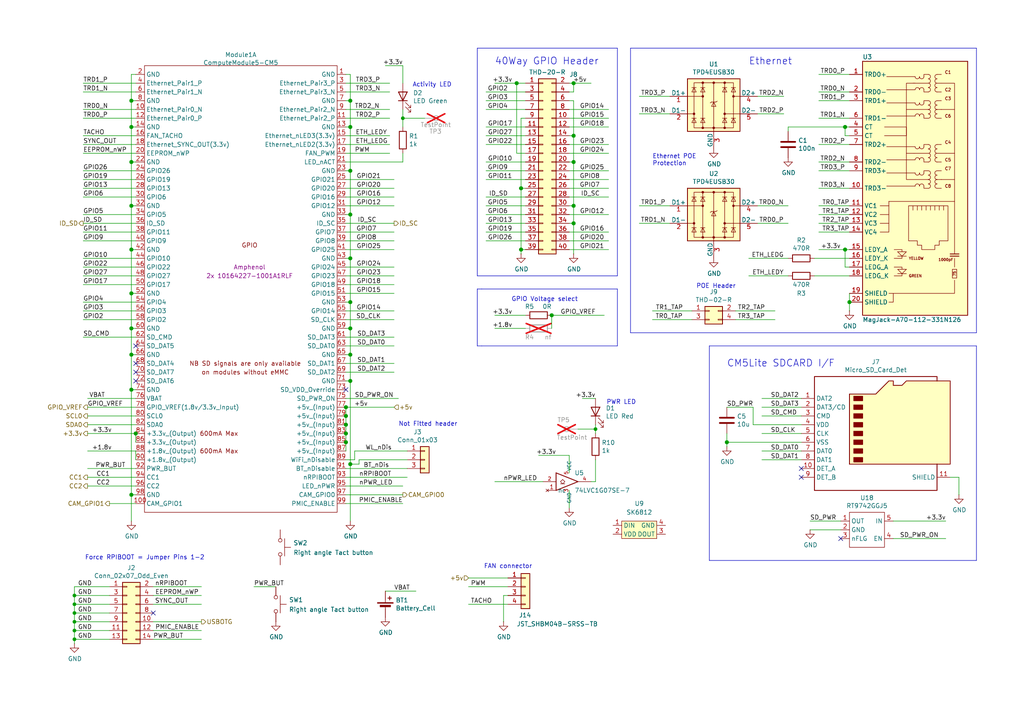
<source format=kicad_sch>
(kicad_sch (version 20250114) (generator "eeschema") (generator_version "9.0")
  (paper "A4")
  (title_block (title "Compute Module 5 IO Board - GPIO - Ethernet") (rev "1") (company "Copyright © 2024 Raspberry Pi Ltd.") (comment 1 "www.raspberrypi.com"))
  (text "40Way GPIO Header" (at 143.51 19.05 0) (effects (font (size 2.007 2.007)) (justify left bottom)))
  (text "Activity LED" (at 119.634 25.4 0) (effects (font (size 1.27 1.27)) (justify left bottom)))
  (text "FAN connector\n" (at 140.335 165.1 0) (effects (font (size 1.27 1.27)) (justify left bottom)))
  (text "Ethernet POE\nProtection" (at 189.23 48.26 0) (effects (font (size 1.27 1.27)) (justify left bottom)))
  (text "GPIO Voltage select\n" (at 167.64 87.63 0) (effects (font (size 1.27 1.27)) (justify right bottom)))
  (text "Not Fitted header" (at 132.715 123.825 0) (effects (font (size 1.27 1.27)) (justify right bottom)))
  (text "POE Header" (at 201.93 83.82 0) (effects (font (size 1.27 1.27)) (justify left bottom)))
  (text "Force RPIBOOT = Jumper Pins 1-2 \n" (at 60.325 162.56 0) (effects (font (size 1.27 1.27)) (justify right bottom)))
  (text "PWR LED" (at 175.895 117.475 0) (effects (font (size 1.27 1.27)) (justify left bottom)))
  (text "Ethernet" (at 217.17 19.05 0) (effects (font (size 2.0066 2.0066)) (justify left bottom)))
  (text "CM5Lite SDCARD I/F" (at 210.82 106.68 0) (effects (font (size 2.007 2.007)) (justify left bottom)))
  (junction (at 101.6 36.83) (diameter 1.016))
  (junction (at 245.11 72.39) (diameter 1.016))
  (junction (at 101.6 29.21) (diameter 1.016))
  (junction (at 101.6 102.87) (diameter 1.016))
  (junction (at 38.1 113.03) (diameter 1.016))
  (junction (at 246.38 87.63) (diameter 1.016))
  (junction (at 38.1 46.99) (diameter 1.016))
  (junction (at 100.33 125.73) (diameter 1.016))
  (junction (at 151.13 54.61) (diameter 1.016))
  (junction (at 166.37 39.37) (diameter 1.016))
  (junction (at 21.59 175.26))
  (junction (at 38.1 72.39) (diameter 1.016))
  (junction (at 100.33 123.19) (diameter 1.016))
  (junction (at 38.1 143.51) (diameter 1.016))
  (junction (at 166.37 59.69) (diameter 1.016))
  (junction (at 38.1 59.69) (diameter 1.016))
  (junction (at 101.6 62.23) (diameter 1.016))
  (junction (at 38.1 95.25) (diameter 1.016))
  (junction (at 100.33 118.11) (diameter 1.016))
  (junction (at 101.6 95.25) (diameter 1.016))
  (junction (at 166.37 64.77) (diameter 1.016))
  (junction (at 210.82 128.27) (diameter 1.016))
  (junction (at 166.37 24.13) (diameter 1.016))
  (junction (at 101.6 87.63) (diameter 1.016))
  (junction (at 166.37 46.99) (diameter 1.016))
  (junction (at 38.1 85.09) (diameter 1.016))
  (junction (at 100.33 120.65) (diameter 1.016))
  (junction (at 172.72 124.46))
  (junction (at 38.1 36.83) (diameter 1.016))
  (junction (at 39.37 125.73) (diameter 1.016))
  (junction (at 21.59 172.72))
  (junction (at 38.1 102.87) (diameter 1.016))
  (junction (at 160.02 91.44) (diameter 1.016))
  (junction (at 38.1 29.21) (diameter 1.016))
  (junction (at 21.59 177.8))
  (junction (at 245.11 36.83) (diameter 1.016))
  (junction (at 100.33 128.27) (diameter 1.016))
  (junction (at 116.84 34.29))
  (junction (at 151.13 72.39) (diameter 1.016))
  (junction (at 21.59 185.42))
  (junction (at 101.6 110.49) (diameter 1.016))
  (junction (at 101.6 134.62) (diameter 1.016))
  (junction (at 101.6 49.53) (diameter 1.016))
  (junction (at 21.59 182.88))
  (junction (at 21.59 180.34))
  (junction (at 101.6 74.93) (diameter 1.016))
  (junction (at 149.86 24.13) (diameter 1.016))
  (no_connect (at 39.37 107.95))
  (no_connect (at 100.33 113.03))
  (no_connect (at 39.37 100.33))
  (no_connect (at 243.84 156.21))
  (no_connect (at 39.37 105.41))
  (no_connect (at 232.41 138.43))
  (no_connect (at 232.41 135.89))
  (no_connect (at 44.45 177.8))
  (no_connect (at 39.37 110.49))
  (wire (pts (xy 275.59 138.43) (xy 278.13 138.43)))
  (wire (pts (xy 101.6 110.49) (xy 101.6 134.62)))
  (polyline (pts (xy 138.43 13.97) (xy 138.43 80.01)) (stroke (width 0) (type solid)))
  (wire (pts (xy 44.45 175.26) (xy 58.42 175.26)))
  (polyline (pts (xy 138.43 80.01) (xy 179.07 80.01)) (stroke (width 0) (type solid)))
  (wire (pts (xy 100.33 135.89) (xy 118.11 135.89)))
  (wire (pts (xy 100.33 102.87) (xy 101.6 102.87)))
  (wire (pts (xy 24.13 90.17) (xy 39.37 90.17)))
  (wire (pts (xy 39.37 133.35) (xy 39.37 130.81)))
  (wire (pts (xy 237.49 41.91) (xy 246.38 41.91)))
  (wire (pts (xy 165.1 52.07) (xy 176.53 52.07)))
  (wire (pts (xy 24.13 44.45) (xy 39.37 44.45)))
  (wire (pts (xy 100.33 95.25) (xy 101.6 95.25)))
  (wire (pts (xy 165.1 34.29) (xy 176.53 34.29)))
  (wire (pts (xy 101.6 102.87) (xy 101.6 110.49)))
  (wire (pts (xy 100.33 100.33) (xy 114.3 100.33)))
  (wire (pts (xy 217.17 74.93) (xy 228.6 74.93)))
  (wire (pts (xy 39.37 128.27) (xy 39.37 125.73)))
  (wire (pts (xy 21.59 172.72) (xy 31.75 172.72)))
  (wire (pts (xy 111.76 171.45) (xy 120.65 171.45)))
  (wire (pts (xy 100.33 118.11) (xy 114.3 118.11)))
  (wire (pts (xy 101.6 36.83) (xy 101.6 49.53)))
  (wire (pts (xy 44.45 172.72) (xy 58.42 172.72)))
  (polyline (pts (xy 179.07 83.82) (xy 179.07 100.33)) (stroke (width 0) (type solid)))
  (wire (pts (xy 24.13 92.71) (xy 39.37 92.71)))
  (wire (pts (xy 116.84 36.83) (xy 116.84 34.29)))
  (wire (pts (xy 24.13 31.75) (xy 39.37 31.75)))
  (wire (pts (xy 24.13 77.47) (xy 39.37 77.47)))
  (wire (pts (xy 100.33 29.21) (xy 101.6 29.21)))
  (wire (pts (xy 220.98 120.65) (xy 232.41 120.65)))
  (wire (pts (xy 21.59 170.18) (xy 31.75 170.18)))
  (wire (pts (xy 100.33 90.17) (xy 114.3 90.17)))
  (wire (pts (xy 21.59 185.42) (xy 31.75 185.42)))
  (wire (pts (xy 24.13 82.55) (xy 39.37 82.55)))
  (wire (pts (xy 166.37 64.77) (xy 166.37 59.69)))
  (wire (pts (xy 24.13 80.01) (xy 39.37 80.01)))
  (wire (pts (xy 100.33 34.29) (xy 113.03 34.29)))
  (wire (pts (xy 39.37 36.83) (xy 38.1 36.83)))
  (wire (pts (xy 100.33 44.45) (xy 113.03 44.45)))
  (wire (pts (xy 100.33 31.75) (xy 113.03 31.75)))
  (wire (pts (xy 102.87 133.35) (xy 102.87 130.81)))
  (wire (pts (xy 24.13 67.31) (xy 39.37 67.31)))
  (wire (pts (xy 237.49 59.69) (xy 246.38 59.69)))
  (wire (pts (xy 104.14 133.35) (xy 118.11 133.35)))
  (wire (pts (xy 100.33 87.63) (xy 101.6 87.63)))
  (wire (pts (xy 166.37 39.37) (xy 166.37 46.99)))
  (wire (pts (xy 24.13 39.37) (xy 39.37 39.37)))
  (wire (pts (xy 39.37 21.59) (xy 38.1 21.59)))
  (wire (pts (xy 101.6 21.59) (xy 101.6 29.21)))
  (wire (pts (xy 236.22 80.01) (xy 246.38 80.01)))
  (wire (pts (xy 101.6 29.21) (xy 101.6 36.83)))
  (wire (pts (xy 38.1 143.51) (xy 38.1 151.13)))
  (wire (pts (xy 165.1 67.31) (xy 176.53 67.31)))
  (wire (pts (xy 146.05 172.72) (xy 146.05 180.34)))
  (wire (pts (xy 219.71 33.02) (xy 227.33 33.02)))
  (wire (pts (xy 165.1 142.24) (xy 165.1 147.32)))
  (wire (pts (xy 100.33 57.15) (xy 114.3 57.15)))
  (wire (pts (xy 167.64 124.46) (xy 172.72 124.46)))
  (wire (pts (xy 165.1 137.16) (xy 165.1 132.08)))
  (wire (pts (xy 100.33 143.51) (xy 116.84 143.51)))
  (wire (pts (xy 166.37 46.99) (xy 165.1 46.99)))
  (wire (pts (xy 100.33 107.95) (xy 114.3 107.95)))
  (wire (pts (xy 100.33 80.01) (xy 114.3 80.01)))
  (wire (pts (xy 151.13 72.39) (xy 151.13 73.66)))
  (wire (pts (xy 25.4 138.43) (xy 39.37 138.43)))
  (wire (pts (xy 101.6 95.25) (xy 101.6 102.87)))
  (wire (pts (xy 38.1 72.39) (xy 38.1 85.09)))
  (wire (pts (xy 213.36 92.71) (xy 224.79 92.71)))
  (wire (pts (xy 210.82 128.27) (xy 232.41 128.27)))
  (wire (pts (xy 101.6 49.53) (xy 101.6 62.23)))
  (wire (pts (xy 143.51 95.25) (xy 152.4 95.25)))
  (wire (pts (xy 24.13 74.93) (xy 39.37 74.93)))
  (polyline (pts (xy 182.88 13.97) (xy 283.21 13.97)) (stroke (width 0) (type solid)))
  (wire (pts (xy 100.33 140.97) (xy 116.84 140.97)))
  (wire (pts (xy 165.1 36.83) (xy 176.53 36.83)))
  (wire (pts (xy 149.86 44.45) (xy 152.4 44.45)))
  (wire (pts (xy 39.37 29.21) (xy 38.1 29.21)))
  (wire (pts (xy 21.59 180.34) (xy 31.75 180.34)))
  (wire (pts (xy 213.36 90.17) (xy 224.79 90.17)))
  (wire (pts (xy 44.45 182.88) (xy 58.42 182.88)))
  (polyline (pts (xy 179.07 13.97) (xy 138.43 13.97)) (stroke (width 0) (type solid)))
  (wire (pts (xy 25.4 140.97) (xy 39.37 140.97)))
  (wire (pts (xy 25.4 135.89) (xy 39.37 135.89)))
  (wire (pts (xy 189.23 90.17) (xy 200.66 90.17)))
  (wire (pts (xy 100.33 128.27) (xy 100.33 130.81)))
  (wire (pts (xy 44.45 170.18) (xy 58.42 170.18)))
  (wire (pts (xy 243.84 153.67) (xy 234.95 153.67)))
  (wire (pts (xy 246.38 36.83) (xy 245.11 36.83)))
  (wire (pts (xy 194.31 64.77) (xy 185.42 64.77)))
  (wire (pts (xy 140.97 49.53) (xy 152.4 49.53)))
  (wire (pts (xy 100.33 41.91) (xy 113.03 41.91)))
  (wire (pts (xy 21.59 177.8) (xy 21.59 180.34)))
  (wire (pts (xy 100.33 115.57) (xy 115.57 115.57)))
  (wire (pts (xy 114.3 97.79) (xy 100.33 97.79)))
  (wire (pts (xy 24.13 26.67) (xy 39.37 26.67)))
  (wire (pts (xy 166.37 24.13) (xy 171.45 24.13)))
  (wire (pts (xy 217.17 80.01) (xy 228.6 80.01)))
  (wire (pts (xy 24.13 49.53) (xy 39.37 49.53)))
  (wire (pts (xy 243.84 151.13) (xy 234.95 151.13)))
  (wire (pts (xy 140.97 59.69) (xy 152.4 59.69)))
  (wire (pts (xy 100.33 120.65) (xy 100.33 123.19)))
  (wire (pts (xy 237.49 26.67) (xy 246.38 26.67)))
  (wire (pts (xy 100.33 74.93) (xy 101.6 74.93)))
  (wire (pts (xy 100.33 39.37) (xy 113.03 39.37)))
  (wire (pts (xy 140.97 67.31) (xy 152.4 67.31)))
  (wire (pts (xy 210.82 125.73) (xy 210.82 128.27)))
  (wire (pts (xy 165.1 41.91) (xy 176.53 41.91)))
  (polyline (pts (xy 139.7 83.82) (xy 179.07 83.82)) (stroke (width 0) (type solid)))
  (polyline (pts (xy 283.21 162.56) (xy 205.74 162.56)) (stroke (width 0) (type solid)))
  (wire (pts (xy 140.97 46.99) (xy 152.4 46.99)))
  (wire (pts (xy 100.33 138.43) (xy 118.11 138.43)))
  (wire (pts (xy 38.1 95.25) (xy 39.37 95.25)))
  (wire (pts (xy 44.45 185.42) (xy 58.42 185.42)))
  (wire (pts (xy 218.44 123.19) (xy 218.44 118.11)))
  (wire (pts (xy 38.1 102.87) (xy 38.1 113.03)))
  (wire (pts (xy 38.1 85.09) (xy 38.1 95.25)))
  (wire (pts (xy 31.75 146.05) (xy 39.37 146.05)))
  (wire (pts (xy 116.84 19.05) (xy 116.84 24.13)))
  (wire (pts (xy 152.4 34.29) (xy 151.13 34.29)))
  (wire (pts (xy 237.49 64.77) (xy 246.38 64.77)))
  (wire (pts (xy 21.59 175.26) (xy 31.75 175.26)))
  (wire (pts (xy 116.84 34.29) (xy 116.84 31.75)))
  (wire (pts (xy 236.22 74.93) (xy 246.38 74.93)))
  (wire (pts (xy 140.97 62.23) (xy 152.4 62.23)))
  (wire (pts (xy 237.49 29.21) (xy 246.38 29.21)))
  (wire (pts (xy 165.1 72.39) (xy 176.53 72.39)))
  (wire (pts (xy 165.1 24.13) (xy 166.37 24.13)))
  (wire (pts (xy 104.14 134.62) (xy 104.14 133.35)))
  (wire (pts (xy 101.6 134.62) (xy 101.6 151.13)))
  (wire (pts (xy 278.13 138.43) (xy 278.13 143.51)))
  (wire (pts (xy 38.1 59.69) (xy 38.1 72.39)))
  (wire (pts (xy 21.59 177.8) (xy 31.75 177.8)))
  (wire (pts (xy 38.1 113.03) (xy 39.37 113.03)))
  (wire (pts (xy 38.1 72.39) (xy 39.37 72.39)))
  (wire (pts (xy 24.13 54.61) (xy 39.37 54.61)))
  (wire (pts (xy 100.33 52.07) (xy 114.3 52.07)))
  (wire (pts (xy 246.38 87.63) (xy 246.38 90.17)))
  (wire (pts (xy 25.4 130.81) (xy 39.37 130.81)))
  (wire (pts (xy 24.13 97.79) (xy 39.37 97.79)))
  (wire (pts (xy 237.49 49.53) (xy 246.38 49.53)))
  (wire (pts (xy 24.13 24.13) (xy 39.37 24.13)))
  (polyline (pts (xy 283.21 100.33) (xy 283.21 162.56)) (stroke (width 0) (type solid)))
  (wire (pts (xy 100.33 62.23) (xy 101.6 62.23)))
  (wire (pts (xy 143.51 24.13) (xy 149.86 24.13)))
  (wire (pts (xy 246.38 85.09) (xy 246.38 87.63)))
  (wire (pts (xy 100.33 24.13) (xy 113.03 24.13)))
  (wire (pts (xy 100.33 36.83) (xy 101.6 36.83)))
  (wire (pts (xy 38.1 95.25) (xy 38.1 102.87)))
  (wire (pts (xy 172.72 133.35) (xy 172.72 139.7)))
  (wire (pts (xy 39.37 143.51) (xy 38.1 143.51)))
  (wire (pts (xy 24.13 57.15) (xy 39.37 57.15)))
  (wire (pts (xy 166.37 64.77) (xy 166.37 73.66)))
  (wire (pts (xy 185.42 59.69) (xy 194.31 59.69)))
  (wire (pts (xy 245.11 39.37) (xy 245.11 36.83)))
  (wire (pts (xy 220.98 130.81) (xy 232.41 130.81)))
  (wire (pts (xy 25.4 123.19) (xy 39.37 123.19)))
  (wire (pts (xy 38.1 113.03) (xy 38.1 143.51)))
  (wire (pts (xy 165.1 132.08) (xy 156.21 132.08)))
  (wire (pts (xy 237.49 72.39) (xy 245.11 72.39)))
  (wire (pts (xy 172.72 123.19) (xy 172.72 124.46)))
  (wire (pts (xy 228.6 36.83) (xy 245.11 36.83)))
  (wire (pts (xy 102.87 130.81) (xy 118.11 130.81)))
  (wire (pts (xy 100.33 146.05) (xy 116.84 146.05)))
  (wire (pts (xy 220.98 115.57) (xy 232.41 115.57)))
  (wire (pts (xy 100.33 64.77) (xy 114.3 64.77)))
  (wire (pts (xy 140.97 36.83) (xy 152.4 36.83)))
  (wire (pts (xy 259.08 151.13) (xy 274.32 151.13)))
  (wire (pts (xy 101.6 87.63) (xy 101.6 95.25)))
  (wire (pts (xy 147.32 172.72) (xy 146.05 172.72)))
  (wire (pts (xy 100.33 54.61) (xy 114.3 54.61)))
  (wire (pts (xy 245.11 77.47) (xy 245.11 72.39)))
  (wire (pts (xy 237.49 21.59) (xy 246.38 21.59)))
  (wire (pts (xy 116.84 46.99) (xy 116.84 44.45)))
  (wire (pts (xy 100.33 133.35) (xy 102.87 133.35)))
  (wire (pts (xy 100.33 69.85) (xy 114.3 69.85)))
  (wire (pts (xy 114.3 105.41) (xy 100.33 105.41)))
  (polyline (pts (xy 283.21 96.52) (xy 182.88 96.52)) (stroke (width 0) (type solid)))
  (wire (pts (xy 25.4 118.11) (xy 39.37 118.11)))
  (wire (pts (xy 140.97 29.21) (xy 152.4 29.21)))
  (wire (pts (xy 219.71 27.94) (xy 227.33 27.94)))
  (wire (pts (xy 21.59 180.34) (xy 21.59 182.88)))
  (polyline (pts (xy 182.88 96.52) (xy 182.88 13.97)) (stroke (width 0) (type solid)))
  (wire (pts (xy 100.33 85.09) (xy 114.3 85.09)))
  (polyline (pts (xy 205.74 162.56) (xy 205.74 100.33)) (stroke (width 0) (type solid)))
  (wire (pts (xy 135.89 170.18) (xy 147.32 170.18)))
  (wire (pts (xy 143.51 91.44) (xy 152.4 91.44)))
  (wire (pts (xy 140.97 26.67) (xy 152.4 26.67)))
  (wire (pts (xy 166.37 59.69) (xy 166.37 46.99)))
  (wire (pts (xy 24.13 34.29) (xy 39.37 34.29)))
  (wire (pts (xy 25.4 115.57) (xy 39.37 115.57)))
  (wire (pts (xy 165.1 31.75) (xy 176.53 31.75)))
  (wire (pts (xy 165.1 62.23) (xy 176.53 62.23)))
  (wire (pts (xy 140.97 57.15) (xy 152.4 57.15)))
  (wire (pts (xy 185.42 27.94) (xy 194.31 27.94)))
  (wire (pts (xy 25.4 125.73) (xy 39.37 125.73)))
  (wire (pts (xy 165.1 59.69) (xy 166.37 59.69)))
  (wire (pts (xy 100.33 59.69) (xy 114.3 59.69)))
  (wire (pts (xy 166.37 39.37) (xy 165.1 39.37)))
  (wire (pts (xy 245.11 72.39) (xy 246.38 72.39)))
  (wire (pts (xy 135.89 175.26) (xy 147.32 175.26)))
  (polyline (pts (xy 205.74 100.33) (xy 283.21 100.33)) (stroke (width 0) (type solid)))
  (wire (pts (xy 151.13 34.29) (xy 151.13 54.61)))
  (wire (pts (xy 114.3 92.71) (xy 100.33 92.71)))
  (wire (pts (xy 100.33 67.31) (xy 114.3 67.31)))
  (wire (pts (xy 140.97 31.75) (xy 152.4 31.75)))
  (wire (pts (xy 140.97 39.37) (xy 152.4 39.37)))
  (polyline (pts (xy 179.07 13.97) (xy 179.07 80.01)) (stroke (width 0) (type solid)))
  (polyline (pts (xy 283.21 13.97) (xy 283.21 96.52)) (stroke (width 0) (type solid)))
  (wire (pts (xy 149.86 24.13) (xy 149.86 44.45)))
  (wire (pts (xy 21.59 182.88) (xy 31.75 182.88)))
  (wire (pts (xy 166.37 29.21) (xy 166.37 39.37)))
  (wire (pts (xy 24.13 64.77) (xy 39.37 64.77)))
  (wire (pts (xy 172.72 139.7) (xy 171.45 139.7)))
  (wire (pts (xy 165.1 26.67) (xy 166.37 26.67)))
  (wire (pts (xy 25.4 120.65) (xy 39.37 120.65)))
  (wire (pts (xy 38.1 36.83) (xy 38.1 46.99)))
  (wire (pts (xy 100.33 46.99) (xy 116.84 46.99)))
  (wire (pts (xy 151.13 72.39) (xy 152.4 72.39)))
  (wire (pts (xy 185.42 33.02) (xy 194.31 33.02)))
  (wire (pts (xy 24.13 52.07) (xy 39.37 52.07)))
  (wire (pts (xy 151.13 54.61) (xy 152.4 54.61)))
  (polyline (pts (xy 138.43 100.33) (xy 138.43 83.82)) (stroke (width 0) (type solid)))
  (wire (pts (xy 160.02 91.44) (xy 175.26 91.44)))
  (wire (pts (xy 140.97 69.85) (xy 152.4 69.85)))
  (wire (pts (xy 237.49 67.31) (xy 246.38 67.31)))
  (wire (pts (xy 219.71 59.69) (xy 228.6 59.69)))
  (wire (pts (xy 172.72 115.57) (xy 168.91 115.57)))
  (wire (pts (xy 21.59 185.42) (xy 21.59 186.69)))
  (wire (pts (xy 100.33 72.39) (xy 114.3 72.39)))
  (wire (pts (xy 38.1 29.21) (xy 38.1 36.83)))
  (wire (pts (xy 100.33 21.59) (xy 101.6 21.59)))
  (wire (pts (xy 165.1 49.53) (xy 176.53 49.53)))
  (wire (pts (xy 237.49 34.29) (xy 246.38 34.29)))
  (wire (pts (xy 100.33 110.49) (xy 101.6 110.49)))
  (wire (pts (xy 246.38 77.47) (xy 245.11 77.47)))
  (wire (pts (xy 143.51 139.7) (xy 157.48 139.7)))
  (wire (pts (xy 24.13 69.85) (xy 39.37 69.85)))
  (wire (pts (xy 24.13 87.63) (xy 39.37 87.63)))
  (wire (pts (xy 100.33 118.11) (xy 100.33 120.65)))
  (wire (pts (xy 21.59 170.18) (xy 21.59 172.72)))
  (wire (pts (xy 111.76 19.05) (xy 116.84 19.05)))
  (wire (pts (xy 210.82 128.27) (xy 210.82 129.54)))
  (wire (pts (xy 100.33 49.53) (xy 101.6 49.53)))
  (wire (pts (xy 151.13 54.61) (xy 151.13 72.39)))
  (wire (pts (xy 100.33 26.67) (xy 113.03 26.67)))
  (wire (pts (xy 232.41 123.19) (xy 218.44 123.19)))
  (wire (pts (xy 165.1 44.45) (xy 176.53 44.45)))
  (wire (pts (xy 24.13 62.23) (xy 39.37 62.23)))
  (wire (pts (xy 237.49 46.99) (xy 246.38 46.99)))
  (wire (pts (xy 237.49 62.23) (xy 246.38 62.23)))
  (wire (pts (xy 219.71 64.77) (xy 228.6 64.77)))
  (wire (pts (xy 24.13 41.91) (xy 39.37 41.91)))
  (wire (pts (xy 259.08 156.21) (xy 274.32 156.21)))
  (wire (pts (xy 21.59 172.72) (xy 21.59 175.26)))
  (wire (pts (xy 189.23 92.71) (xy 200.66 92.71)))
  (wire (pts (xy 101.6 74.93) (xy 101.6 87.63)))
  (polyline (pts (xy 139.7 83.82) (xy 138.43 83.82)) (stroke (width 0) (type solid)))
  (wire (pts (xy 100.33 123.19) (xy 100.33 125.73)))
  (wire (pts (xy 228.6 38.1) (xy 228.6 36.83)))
  (wire (pts (xy 232.41 118.11) (xy 220.98 118.11)))
  (wire (pts (xy 140.97 64.77) (xy 152.4 64.77)))
  (wire (pts (xy 38.1 46.99) (xy 39.37 46.99)))
  (wire (pts (xy 140.97 52.07) (xy 152.4 52.07)))
  (wire (pts (xy 73.66 170.18) (xy 80.01 170.18)))
  (wire (pts (xy 237.49 54.61) (xy 246.38 54.61)))
  (wire (pts (xy 140.97 41.91) (xy 152.4 41.91)))
  (wire (pts (xy 38.1 21.59) (xy 38.1 29.21)))
  (wire (pts (xy 135.89 167.64) (xy 147.32 167.64)))
  (wire (pts (xy 38.1 85.09) (xy 39.37 85.09)))
  (wire (pts (xy 165.1 64.77) (xy 166.37 64.77)))
  (wire (pts (xy 100.33 125.73) (xy 100.33 128.27)))
  (wire (pts (xy 160.02 91.44) (xy 160.02 95.25)))
  (wire (pts (xy 100.33 77.47) (xy 114.3 77.47)))
  (wire (pts (xy 38.1 102.87) (xy 39.37 102.87)))
  (wire (pts (xy 38.1 59.69) (xy 39.37 59.69)))
  (polyline (pts (xy 179.07 100.33) (xy 139.7 100.33)) (stroke (width 0) (type solid)))
  (wire (pts (xy 152.4 24.13) (xy 149.86 24.13)))
  (wire (pts (xy 165.1 69.85) (xy 176.53 69.85)))
  (wire (pts (xy 172.72 124.46) (xy 172.72 125.73)))
  (wire (pts (xy 210.82 118.11) (xy 218.44 118.11)))
  (wire (pts (xy 246.38 39.37) (xy 245.11 39.37)))
  (wire (pts (xy 232.41 125.73) (xy 220.98 125.73)))
  (wire (pts (xy 166.37 26.67) (xy 166.37 24.13)))
  (wire (pts (xy 232.41 133.35) (xy 220.98 133.35)))
  (wire (pts (xy 44.45 180.34) (xy 58.42 180.34)))
  (wire (pts (xy 21.59 182.88) (xy 21.59 185.42)))
  (wire (pts (xy 100.33 82.55) (xy 114.3 82.55)))
  (wire (pts (xy 116.84 34.29) (xy 123.19 34.29)))
  (wire (pts (xy 101.6 62.23) (xy 101.6 74.93)))
  (wire (pts (xy 38.1 46.99) (xy 38.1 59.69)))
  (wire (pts (xy 165.1 57.15) (xy 176.53 57.15)))
  (wire (pts (xy 21.59 175.26) (xy 21.59 177.8)))
  (wire (pts (xy 101.6 134.62) (xy 104.14 134.62)))
  (wire (pts (xy 165.1 54.61) (xy 176.53 54.61)))
  (wire (pts (xy 165.1 29.21) (xy 166.37 29.21)))
  (polyline (pts (xy 138.43 100.33) (xy 139.7 100.33)) (stroke (width 0) (type solid)))
  (label "+1.8v" (at 148.59 95.25 180))
  (label "GPIO24" (at 175.26 44.45 180))
  (label "SD_DAT2" (at 111.76 107.95 180))
  (label "+5v" (at 170.18 24.13 180))
  (label "GPIO5" (at 24.13 62.23 0))
  (label "TRD3_N" (at 103.124 26.67 0))
  (label "GPIO2" (at 24.13 92.71 0))
  (label "GPIO9" (at 24.13 69.85 0))
  (label "TRD3_N" (at 245.11 54.61 180))
  (label "ETH_LEDG" (at 103.124 41.91 0))
  (label "SD_DAT1" (at 111.76 105.41 180))
  (label "TRD1_N" (at 193.04 64.77 180))
  (label "+3.3v" (at 148.59 24.13 180))
  (label "GPIO10" (at 24.13 74.93 0))
  (label "TRD3_P" (at 103.124 24.13 0))
  (label "GPIO6" (at 24.13 57.15 0))
  (label "TRD0_P" (at 227.33 64.77 180))
  (label "TRD3_P" (at 193.04 27.94 180))
  (label "GPIO8" (at 173.99 52.07 180))
  (label "GPIO20" (at 110.49 54.61 180))
  (label "SD_DAT2" (at 223.52 115.57 0))
  (label "GPIO25" (at 110.49 72.39 180))
  (label "GPIO2" (at 147.32 26.67 180))
  (label "SD_DAT0" (at 111.76 100.33 180))
  (label "GPIO26" (at 148.59 69.85 180))
  (label "GPIO15" (at 110.49 85.09 180))
  (label "GPIO13" (at 24.13 54.61 0))
  (label "TRD1_P" (at 193.04 59.69 180))
  (label "GPIO7" (at 109.22 67.31 180))
  (label "GPIO14" (at 110.49 90.17 180))
  (label "BT_nDis" (at 112.8776 135.89 180))
  (label "SD_PWR_ON" (at 260.985 156.21 0))
  (label "GPIO7" (at 173.99 54.61 180))
  (label "ETH_LEDY" (at 103.124 39.37 0))
  (label "VBAT" (at 114.3 171.45 0))
  (label "TR1_TAP" (at 198.12 90.17 180))
  (label "SD_PWR_ON" (at 102.87 115.57 0))
  (label "PWM" (at 102.87 44.45 0))
  (label "GPIO4" (at 24.13 87.63 0))
  (label "GPIO10" (at 148.59 46.99 180))
  (label "TRD1_P" (at 24.13 24.13 0))
  (label "CC1" (at 27.94 138.43 0))
  (label "TRD1_P" (at 245.11 29.21 180))
  (label "WL_nDis" (at 113.665 130.81 180))
  (label "GPIO6" (at 147.32 62.23 180))
  (label "+3.3v" (at 274.32 151.13 180))
  (label "GPIO17" (at 148.59 36.83 180))
  (label "+3.3v" (at 116.84 19.05 180))
  (label "GPIO19" (at 148.59 67.31 180))
  (label "GND" (at 26.67 182.88 180))
  (label "SD_DAT3" (at 111.76 97.79 180))
  (label "GPIO27" (at 24.13 80.01 0))
  (label "EEPROM_nWP" (at 24.13 44.45 0))
  (label "GPIO_VREF" (at 25.4 118.11 0))
  (label "SD_PWR" (at 210.82 118.11 0))
  (label "GPIO9" (at 147.32 49.53 180))
  (label "GPIO20" (at 175.26 69.85 180))
  (label "TR0_TAP" (at 198.0184 92.71 180))
  (label "SD_DAT0" (at 223.52 130.81 0))
  (label "GPIO21" (at 110.49 52.07 180))
  (label "GPIO23" (at 110.49 80.01 180))
  (label "ID_SD" (at 147.32 57.15 180))
  (label "GPIO16" (at 175.26 67.31 180))
  (label "TRD0_N" (at 24.13 31.75 0))
  (label "TRD3_P" (at 245.11 49.53 180))
  (label "ETH_LEDY" (at 227.33 80.01 180))
  (label "TRD0_N" (at 227.33 59.69 180))
  (label "TRD2_N" (at 227.33 27.94 180))
  (label "ETH_LEDG" (at 227.33 74.93 180))
  (label "TRD0_N" (at 245.11 26.67 180))
  (label "TR2_TAP" (at 246.38 64.77 180))
  (label "GPIO22" (at 148.59 41.91 180))
  (label "+1.8v" (at 26.67 130.81 0))
  (label "SYNC_OUT" (at 54.61 175.26 180))
  (label "PWR_BUT" (at 73.66 170.18 0))
  (label "GPIO18" (at 175.26 36.83 180))
  (label "SD_DAT3" (at 223.52 118.11 0))
  (label "TR2_TAP" (at 221.9198 90.17 180))
  (label "SD_CLK" (at 110.49 92.71 180))
  (label "GND" (at 26.67 170.18 180))
  (label "GPIO16" (at 110.49 57.15 180))
  (label "GPIO12" (at 110.49 59.69 180))
  (label "GPIO23" (at 175.26 41.91 180))
  (label "+3.3v" (at 26.67 125.73 0))
  (label "SD_CMD" (at 223.52 120.65 0))
  (label "PWM" (at 136.525 170.18 0))
  (label "ID_SC" (at 173.99 57.15 180))
  (label "GPIO8" (at 109.22 69.85 180))
  (label "GPIO17" (at 24.13 82.55 0))
  (label "SYNC_OUT" (at 24.13 41.91 0))
  (label "nPWR_LED" (at 146.05 139.7 0))
  (label "SD_PWR" (at 234.95 151.13 0))
  (label "SD_DAT1" (at 223.52 133.35 0))
  (label "TRD0_P" (at 245.11 21.59 180))
  (label "GPIO18" (at 110.49 82.55 180))
  (label "TRD2_N" (at 102.87 31.75 0))
  (label "GPIO15" (at 175.26 34.29 180))
  (label "GPIO5" (at 147.32 59.69 180))
  (label "nPWR_LED" (at 104.14 140.97 0))
  (label "PMIC_ENABLE" (at 57.785 182.88 180))
  (label "TR3_TAP" (at 221.8944 92.71 180))
  (label "GPIO3" (at 147.32 29.21 180))
  (label "TRD0_P" (at 24.13 34.29 0))
  (label "nRPIBOOT" (at 54.356 170.18 180))
  (label "+3.3v" (at 148.59 91.44 180))
  (label "GND" (at 26.67 177.8 180))
  (label "GND" (at 26.67 185.42 180))
  (label "GPIO26" (at 24.13 49.53 0))
  (label "TACHO" (at 136.525 175.26 0))
  (label "PWR_BUT" (at 27.686 135.89 0))
  (label "GPIO12" (at 175.26 62.23 180))
  (label "+3.3v" (at 161.29 132.08 180))
  (label "nRPIBOOT" (at 104.14 138.43 0))
  (label "EEPROM_nWP" (at 57.658 172.72 180))
  (label "GPIO11" (at 24.13 67.31 0))
  (label "ID_SD" (at 24.13 64.77 0))
  (label "TRD1_N" (at 24.13 26.67 0))
  (label "GPIO24" (at 110.49 77.47 180))
  (label "GND" (at 26.67 175.26 180))
  (label "TRD3_N" (at 193.04 33.02 180))
  (label "GPIO27" (at 148.59 39.37 180))
  (label "TR1_TAP" (at 246.38 62.23 180))
  (label "VBAT" (at 30.48 115.57 180))
  (label "ID_SC" (at 109.22 64.77 180))
  (label "TRD2_P" (at 245.11 41.91 180))
  (label "GPIO21" (at 175.26 72.39 180))
  (label "CC2" (at 27.94 140.97 0))
  (label "GPIO14" (at 175.26 31.75 180))
  (label "TACHO" (at 24.13 39.37 0))
  (label "GPIO25" (at 175.26 49.53 180))
  (label "TRD2_N" (at 245.11 46.99 180))
  (label "TR0_TAP" (at 246.38 59.69 180))
  (label "+5v" (at 106.68 118.11 180))
  (label "SD_CMD" (at 24.13 97.79 0))
  (label "TRD1_N" (at 245.11 34.29 180))
  (label "PMIC_ENABLE" (at 116.84 146.05 180))
  (label "+3.3v" (at 172.72 115.57 180))
  (label "GPIO13" (at 148.59 64.77 180))
  (label "GPIO_VREF" (at 162.56 91.44 0))
  (label "TRD2_P" (at 103.124 34.29 0))
  (label "GND" (at 26.67 172.72 180))
  (label "GPIO19" (at 24.13 52.07 0))
  (label "GPIO11" (at 148.59 52.07 180))
  (label "PWR_BUT" (at 44.45 185.42 0))
  (label "TR3_TAP" (at 246.38 67.31 180))
  (label "SD_CLK" (at 223.52 125.73 0))
  (label "GND" (at 26.67 180.34 180))
  (label "GPIO4" (at 147.32 31.75 180))
  (label "+3.3v" (at 243.84 72.39 180))
  (label "GPIO22" (at 24.13 77.47 0))
  (label "TRD2_P" (at 227.33 33.02 180))
  (label "GPIO3" (at 24.13 90.17 0))
  (hierarchical_label "CC1" (shape output) (at 25.4 138.43 180))
  (hierarchical_label "ID_SD" (shape output) (at 24.13 64.77 180))
  (hierarchical_label "SDA0" (shape output) (at 25.4 123.19 180))
  (hierarchical_label "CAM_GPIO1" (shape output) (at 31.75 146.05 180))
  (hierarchical_label "CC2" (shape output) (at 25.4 140.97 180))
  (hierarchical_label "+3.3v" (shape output) (at 25.4 125.73 180))
  (hierarchical_label "GPIO_VREF" (shape output) (at 25.4 118.11 180))
  (hierarchical_label "ID_SC" (shape output) (at 114.3 64.77 0))
  (hierarchical_label "SCL0" (shape output) (at 25.4 120.65 180))
  (hierarchical_label "+5v" (shape input) (at 135.89 167.64 180))
  (hierarchical_label "CAM_GPIO0" (shape output) (at 116.84 143.51 0))
  (hierarchical_label "+5v" (shape input) (at 114.3 118.11 0))
  (hierarchical_label "USBOTG" (shape output) (at 58.42 180.34 0))
  (symbol (lib_id "CM5IO:74LVC1G07_copy") (at 165.1 139.7 0) (unit 1)
    (property "Reference" "U5" (at 166.624 137.16 0) (effects (justify left)))
    (property "Value" "74LVC1G07SE-7" (at 166.624 142.24 0) (effects (justify left)))
    (property "Footprint" "Package_TO_SOT_SMD:SOT-353_SC-70-5" (effects (hide yes)))
    (property "Datasheet" "https://www.diodes.com/assets/Datasheets/74LVC1G07.pdf" (effects (hide yes)))
    (property "Field4" "Farnell" (effects (hide yes)))
    (property "Field5" "2425492" (effects (hide yes)))
    (property "Field6" "74LVC1G07SE-7" (effects (hide yes)))
    (property "Field7" "Diodes" (effects (hide yes)))
    (property "Part Description" "Buffer, Non-Inverting 1 Element 1 Bit per Element Open Drain Output SOT-353" (effects (hide yes)))
  )
  (symbol (lib_id "CM5IO:RT9742GGJ5") (at 252.73 161.29 0) (unit 1)
    (property "Reference" "U18" (at 251.46 144.399 0))
    (property "Value" "RT9742GGJ5" (at 251.46 146.7104 0))
    (property "Footprint" "Package_TO_SOT_SMD:SOT-23-5" (effects (hide yes)))
    (property "Datasheet" "https://www.richtek.com/assets/product_file/RT9742/DS9742-00.pdf" (effects (hide yes)))
    (property "Field4" "Farnell" (effects (hide yes)))
    (property "Field5" "	2545875" (effects (hide yes)))
    (property "Field6" "RT9742GGJ5" (effects (hide yes)))
    (property "Field7" "RichTek" (effects (hide yes)))
    (property "Field8" "USWI00166" (effects (hide yes)))
    (property "Part Description" "	Power Switch/Driver 1:1 N-Channel 1A TSOT-23-5" (effects (hide yes)))
  )
  (symbol (lib_id "power:GND") (at 234.95 153.67 0) (unit 1)
    (property "Reference" "#PWR0113" (effects (hide yes)))
    (property "Value" "GND" (at 235.077 158.0642 0))
    (property "Description" "Power symbol creates a global label with name \"GND\" , ground" (effects (hide yes)))
  )
  (symbol (lib_id "CM5IO:ComputeModule5-CM5") (at 72.39 77.47 0) (unit 1)
    (property "Reference" "Module1" (at 69.85 15.875 0))
    (property "Value" "ComputeModule5-CM5" (at 69.85 18.1864 0))
    (property "Footprint" "CM5IO:Raspberry-Pi-5-Compute-Module" (effects (hide yes)))
    (property "Description" "RaspberryPi Compute module 5" (effects (hide yes)))
    (property "Field4" "Amphenol" (at 72.39 77.47 0))
    (property "Field5" "2x 10164227-1001A1RLF" (at 72.39 80.01 0))
    (property "Field6" "2x 10164227-1001A1RLF" (effects (hide yes)))
    (property "Field7" "Hirose" (effects (hide yes)))
    (property "Part Description" "	100 Position Connector Receptacle, Center Strip Contacts Surface Mount Gold" (effects (hide yes)))
  )
  (symbol (lib_id "Device:C") (at 228.6 41.91 0) (unit 1)
    (property "Reference" "C1" (at 231.521 40.7416 0) (effects (justify left)))
    (property "Value" "100n" (at 231.521 43.053 0) (effects (justify left)))
    (property "Footprint" "Capacitor_SMD:C_0402_1005Metric" (effects (hide yes)))
    (property "Datasheet" "https://search.murata.co.jp/Ceramy/image/img/A01X/G101/ENG/GRM155R71C104KA88-01.pdf" (effects (hide yes)))
    (property "Field4" "Farnell" (effects (hide yes)))
    (property "Field5" "2611911" (effects (hide yes)))
    (property "Field6" "RM EMK105 B7104KV-F" (effects (hide yes)))
    (property "Field7" "TAIYO YUDEN EUROPE GMBH" (effects (hide yes)))
    (property "Part Description" "	0.1uF 10% 16V Ceramic Capacitor X7R 0402 (1005 Metric)" (effects (hide yes)))
    (property "Field8" "110091611" (effects (hide yes)))
  )
  (symbol (lib_id "power:GND") (at 228.6 45.72 0) (unit 1)
    (property "Reference" "#PWR0101" (effects (hide yes)))
    (property "Value" "GND" (at 228.727 50.1142 0))
    (property "Description" "Power symbol creates a global label with name \"GND\" , ground" (effects (hide yes)))
  )
  (symbol (lib_id "Connector_Generic:Conn_02x02_Odd_Even") (at 205.74 90.17 0) (unit 1)
    (property "Reference" "J9" (at 207.01 84.6582 0))
    (property "Value" "THD-02-R" (at 207.01 86.9696 0))
    (property "Footprint" "Connector_PinHeader_2.54mm:PinHeader_2x02_P2.54mm_Vertical" (effects (hide yes)))
    (property "Datasheet" "https://www.toby.co.uk/uploads/publications/1673.pdf" (effects (hide yes)))
    (property "Field4" "Toby" (effects (hide yes)))
    (property "Field5" "THD-02-R" (effects (hide yes)))
    (property "Field6" "151-604-425-761" (effects (hide yes)))
    (property "Field7" "EDAC" (effects (hide yes)))
    (property "Field8" "UCON00791" (effects (hide yes)))
    (property "Part Description" "PinHeader_2x02_P2.54mm_Vertical" (effects (hide yes)))
  )
  (symbol (lib_id "Connector_Generic:Conn_02x20_Odd_Even") (at 157.48 46.99 0) (unit 1)
    (property "Reference" "J8" (at 166.37 21.59 0))
    (property "Value" "THD-20-R" (at 158.75 20.9296 0))
    (property "Footprint" "Connector_PinHeader_2.54mm:PinHeader_2x20_P2.54mm_Vertical" (effects (hide yes)))
    (property "Datasheet" "https://www.toby.co.uk/uploads/publications/1673.pdf" (effects (hide yes)))
    (property "Field4" "Toby" (effects (hide yes)))
    (property "Field5" "THD-20-R" (effects (hide yes)))
    (property "Field6" "THD-20-R" (effects (hide yes)))
    (property "Field7" "Toby" (effects (hide yes)))
    (property "Field8" "UCON00511" (effects (hide yes)))
    (property "Part Description" "PinHeader_2x20_P2.54mm_Vertical" (effects (hide yes)))
  )
  (symbol (lib_id "Device:C") (at 210.82 121.92 0) (unit 1)
    (property "Reference" "C5" (at 213.741 120.7516 0) (effects (justify left)))
    (property "Value" "10u" (at 213.741 123.063 0) (effects (justify left)))
    (property "Footprint" "Capacitor_SMD:C_0805_2012Metric" (effects (hide yes)))
    (property "Datasheet" "https://search.murata.co.jp/Ceramy/image/img/A01X/G101/ENG/GRM21BR71A106KA73-01.pdf" (effects (hide yes)))
    (property "Field5" "490-14381-1-ND" (effects (hide yes)))
    (property "Field4" "Digikey" (effects (hide yes)))
    (property "Field6" "GRM21BR71A106KA73L" (effects (hide yes)))
    (property "Field7" "Murata" (effects (hide yes)))
    (property "Part Description" "	10uF 10% 10V Ceramic Capacitor X7R 0805 (2012 Metric)" (effects (hide yes)))
    (property "Field8" "111893011" (effects (hide yes)))
  )
  (symbol (lib_id "power:GND") (at 166.37 73.66 0) (unit 1)
    (property "Reference" "#PWR0102" (effects (hide yes)))
    (property "Value" "GND" (at 166.497 78.0542 0))
    (property "Description" "Power symbol creates a global label with name \"GND\" , ground" (effects (hide yes)))
  )
  (symbol (lib_id "power:GND") (at 151.13 73.66 0) (unit 1)
    (property "Reference" "#PWR0103" (effects (hide yes)))
    (property "Value" "GND" (at 151.257 78.0542 0))
    (property "Description" "Power symbol creates a global label with name \"GND\" , ground" (effects (hide yes)))
  )
  (symbol (lib_id "Device:R") (at 232.41 74.93 270) (unit 1)
    (property "Reference" "R2" (at 232.41 69.6722 90))
    (property "Value" "470R" (at 232.41 71.9836 90))
    (property "Footprint" "Resistor_SMD:R_0402_1005Metric" (effects (hide yes)))
    (property "Datasheet" "https://fscdn.rohm.com/en/products/databook/datasheet/passive/resistor/chip_resistor/mcr-e.pdf" (effects (hide yes)))
    (property "Field4" "Farnell" (effects (hide yes)))
    (property "Field5" "9239197" (effects (hide yes)))
    (property "Field7" "KOA EUROPE GMBH" (effects (hide yes)))
    (property "Field6" "RK73G1ETQTP4700D         " (effects (hide yes)))
    (property "Field8" "120887981" (effects (hide yes)))
    (property "Part Description" "Resistor 470R M1005 1% 63mW" (effects (hide yes)))
  )
  (symbol (lib_id "Device:R") (at 232.41 80.01 270) (unit 1)
    (property "Reference" "R3" (at 232.41 85.09 90))
    (property "Value" "470R" (at 232.41 82.55 90))
    (property "Footprint" "Resistor_SMD:R_0402_1005Metric" (effects (hide yes)))
    (property "Datasheet" "https://fscdn.rohm.com/en/products/databook/datasheet/passive/resistor/chip_resistor/mcr-e.pdf" (effects (hide yes)))
    (property "Field4" "Farnell" (effects (hide yes)))
    (property "Field5" "9239197" (effects (hide yes)))
    (property "Field7" "KOA EUROPE GMBH" (effects (hide yes)))
    (property "Field6" "RK73G1ETQTP4700D         " (effects (hide yes)))
    (property "Field8" "120887981" (effects (hide yes)))
    (property "Part Description" "Resistor 470R M1005 1% 63mW" (effects (hide yes)))
  )
  (symbol (lib_id "power:GND") (at 38.1 151.13 0) (unit 1)
    (property "Reference" "#PWR0104" (effects (hide yes)))
    (property "Value" "GND" (at 38.227 155.5242 0))
    (property "Description" "Power symbol creates a global label with name \"GND\" , ground" (effects (hide yes)))
  )
  (symbol (lib_id "power:GND") (at 101.6 151.13 0) (unit 1)
    (property "Reference" "#PWR0105" (effects (hide yes)))
    (property "Value" "GND" (at 101.727 155.5242 0))
    (property "Description" "Power symbol creates a global label with name \"GND\" , ground" (effects (hide yes)))
  )
  (symbol (lib_id "Device:LED") (at 116.84 27.94 90) (unit 1)
    (property "Reference" "D2" (at 119.8118 26.9494 90) (effects (justify right)))
    (property "Value" "LED Green" (at 119.8118 29.2608 90) (effects (justify right)))
    (property "Footprint" "LED_SMD:LED_0603_1608Metric" (effects (hide yes)))
    (property "Datasheet" "http://optoelectronics.liteon.com/upload/download/DS22-2000-226/LTST-S270KGKT.pdf" (effects (hide yes)))
    (property "Field4" "Digikey " (effects (hide yes)))
    (property "Field5" "LTST-S270KGKT" (effects (hide yes)))
    (property "Field6" "SML-A12M8TT86N" (effects (hide yes)))
    (property "Field7" "Rohm" (effects (hide yes)))
    (property "Field8" "650263301" (effects (hide yes)))
    (property "Part Description" "	Green 572nm LED Indication - Discrete 2.2V 2-SMD, No Lead" (effects (hide yes)))
  )
  (symbol (lib_id "Device:R") (at 116.84 40.64 0) (unit 1)
    (property "Reference" "R1" (at 118.618 39.4716 0) (effects (justify left)))
    (property "Value" "1k" (at 118.618 41.783 0) (effects (justify left)))
    (property "Footprint" "Resistor_SMD:R_0402_1005Metric" (effects (hide yes)))
    (property "Datasheet" "https://fscdn.rohm.com/en/products/databook/datasheet/passive/resistor/chip_resistor/mcr-e.pdf" (effects (hide yes)))
    (property "Field4" "Farnell" (effects (hide yes)))
    (property "Field5" "9239235" (effects (hide yes)))
    (property "Field7" "KOA EUROPE GMBH" (effects (hide yes)))
    (property "Field6" "RK73H1ETTP1001F" (effects (hide yes)))
    (property "Part Description" "Resistor 1K M1005 1% 63mW" (effects (hide yes)))
    (property "Field8" "125049511" (effects (hide yes)))
  )
  (symbol (lib_id "power:GND") (at 165.1 147.32 0) (unit 1)
    (property "Reference" "#PWR05" (effects (hide yes)))
    (property "Value" "GND" (at 165.227 151.7142 0))
    (property "Description" "Power symbol creates a global label with name \"GND\" , ground" (effects (hide yes)))
  )
  (symbol (lib_name "LED_1") (lib_id "Device:LED") (at 172.72 119.38 90) (unit 1)
    (property "Reference" "D1" (at 175.6918 118.3894 90) (effects (justify right)))
    (property "Value" "LED Red" (at 175.6918 120.7008 90) (effects (justify right)))
    (property "Footprint" "LED_SMD:LED_0603_1608Metric" (effects (hide yes)))
    (property "Datasheet" "http://optoelectronics.liteon.com/upload/download/DS22-2000-210/LTST-S270KRKT.pdf" (effects (hide yes)))
    (property "Field4" "Digikey " (effects (hide yes)))
    (property "Field5" "	LTST-S270KRKT" (effects (hide yes)))
    (property "Field6" "SML-A12U8TT86Q" (effects (hide yes)))
    (property "Field7" "Rohm" (effects (hide yes)))
    (property "Field8" "650295101" (effects (hide yes)))
    (property "Part Description" "	Red 620nm LED Indication - Discrete 2.2V 2-SMD, No Lead" (effects (hide yes)))
  )
  (symbol (lib_id "Device:R") (at 172.72 129.54 0) (unit 1)
    (property "Reference" "R10" (at 174.498 128.3716 0) (effects (justify left)))
    (property "Value" "1k" (at 174.498 130.683 0) (effects (justify left)))
    (property "Footprint" "Resistor_SMD:R_0402_1005Metric" (effects (hide yes)))
    (property "Datasheet" "https://fscdn.rohm.com/en/products/databook/datasheet/passive/resistor/chip_resistor/mcr-e.pdf" (effects (hide yes)))
    (property "Field4" "Farnell" (effects (hide yes)))
    (property "Field5" "9239235" (effects (hide yes)))
    (property "Field7" "KOA EUROPE GMBH" (effects (hide yes)))
    (property "Field6" "RK73H1ETTP1001F" (effects (hide yes)))
    (property "Part Description" "Resistor 1K M1005 1% 63mW" (effects (hide yes)))
    (property "Field8" "125049511" (effects (hide yes)))
  )
  (symbol (lib_id "CM5IO:TPD4EUSB30") (at 207.01 62.23 0) (unit 1)
    (property "Reference" "U2" (at 207.01 50.3682 0))
    (property "Value" "TPD4EUSB30" (at 207.01 52.6796 0))
    (property "Footprint" "Package_SON:USON-10_2.5x1.0mm_P0.5mm" (effects (hide yes)))
    (property "Datasheet" "http://www.ti.com/lit/ds/symlink/tpd2eusb30a.pdf" (effects (hide yes)))
    (property "Field4" "Farnell" (effects (hide yes)))
    (property "Field5" "2335455" (effects (hide yes)))
    (property "Field6" "CDDFN10-3324P-13" (effects (hide yes)))
    (property "Field7" "Bourns" (effects (hide yes)))
    (property "Field8" "UDIO00346" (effects (hide yes)))
    (property "Part Description" "Quad TVS diode for high speed signals (USB3, GigE etc.)" (effects (hide yes)))
  )
  (symbol (lib_id "Connector:TestPoint") (at 167.64 124.46 90) (unit 1) (in_bom no) (dnp yes)
    (property "Reference" "TP5" (at 165.2778 121.793 90) (effects (justify left)))
    (property "Value" "TestPoint" (at 170.3578 126.873 90) (effects (justify left)))
    (property "Footprint" "TestPoint:TestPoint_Pad_2.0x2.0mm" (effects (hide yes)))
    (property "Field4" "nf" (effects (hide yes)))
    (property "Field5" "nf" (effects (hide yes)))
    (property "Field6" "nf" (effects (hide yes)))
    (property "Field7" "nf" (effects (hide yes)))
    (property "Part Description" "Test point" (effects (hide yes)))
  )
  (symbol (lib_id "Device:R") (at 156.21 91.44 90) (unit 1)
    (property "Reference" "R5" (at 154.94 88.9 90) (effects (justify left)))
    (property "Value" "0R" (at 160.02 88.9 90) (effects (justify left)))
    (property "Footprint" "Resistor_SMD:R_0805_2012Metric_Pad1.20x1.40mm_HandSolder" (effects (hide yes)))
    (property "Datasheet" "https://fscdn.rohm.com/en/products/databook/datasheet/passive/resistor/chip_resistor/mcr-e.pdf" (effects (hide yes)))
    (property "Field4" "Farnell" (effects (hide yes)))
    (property "Field5" "9233750" (effects (hide yes)))
    (property "Field7" "Rohm" (effects (hide yes)))
    (property "Field6" "MCR10EZPJ000" (effects (hide yes)))
    (property "Part Description" "Resistor 0R M2012 5% " (effects (hide yes)))
    (property "Field8" "121629591" (effects (hide yes)))
  )
  (symbol (lib_id "Device:R") (at 156.21 95.25 90) (unit 1) (exclude_from_sim yes) (in_bom no) (dnp yes)
    (property "Reference" "R4" (at 154.94 97.79 90) (effects (justify left)))
    (property "Value" "nf" (at 160.02 97.79 90) (effects (justify left)))
    (property "Footprint" "Resistor_SMD:R_0805_2012Metric_Pad1.20x1.40mm_HandSolder" (effects (hide yes)))
    (property "Datasheet" "https://fscdn.rohm.com/en/products/databook/datasheet/passive/resistor/chip_resistor/mcr-e.pdf" (effects (hide yes)))
    (property "Field4" "nf" (effects (hide yes)))
    (property "Field5" "nf" (effects (hide yes)))
    (property "Field6" "nf" (effects (hide yes)))
  )
  (symbol (lib_id "Connector:Micro_SD_Card_Det2") (at 255.27 125.73 0) (unit 1)
    (property "Reference" "J7" (at 254 104.9782 0))
    (property "Value" "Micro_SD_Card_Det" (at 254 107.2896 0))
    (property "Footprint" "CM5IO:SDCARD_MOLEX_503398-1892" (effects (hide yes)))
    (property "Datasheet" "https://www.hirose.com/product/en/download_file/key_name/DM3/category/Catalog/doc_file_id/49662/?file_category_id=4&item_id=195&is_series=1" (effects (hide yes)))
    (property "Field4" "Farnell" (effects (hide yes)))
    (property "Field5" "2358234" (effects (hide yes)))
    (property "Field6" "503398-1892" (effects (hide yes)))
    (property "Field7" "Molex" (effects (hide yes)))
    (property "Part Description" "9 (8 + 1) Position Card Connector microSD™ Surface Mount, Right Angle Gold" (effects (hide yes)))
    (property "Field8" "UCON00512" (effects (hide yes)))
  )
  (symbol (lib_id "power:GND") (at 210.82 129.54 0) (unit 1)
    (property "Reference" "#PWR0107" (effects (hide yes)))
    (property "Value" "GND" (at 210.947 133.9342 0))
    (property "Description" "Power symbol creates a global label with name \"GND\" , ground" (effects (hide yes)))
  )
  (symbol (lib_id "power:GND") (at 278.13 143.51 0) (unit 1)
    (property "Reference" "#PWR0108" (effects (hide yes)))
    (property "Value" "GND" (at 278.257 147.9042 0))
    (property "Description" "Power symbol creates a global label with name \"GND\" , ground" (effects (hide yes)))
  )
  (symbol (lib_id "Connector_Generic:Conn_02x07_Odd_Even") (at 36.83 177.8 0) (unit 1)
    (property "Reference" "J2" (at 38.1 164.6936 0))
    (property "Value" "Conn_02x07_Odd_Even" (at 38.1 167.005 0))
    (property "Footprint" "Connector_PinHeader_2.54mm:PinHeader_2x07_P2.54mm_Vertical" (effects (hide yes)))
    (property "Datasheet" "https://www.toby.co.uk/uploads/publications/1673.pdf" (effects (hide yes)))
    (property "Field4" "Toby" (effects (hide yes)))
    (property "Field5" "THD-07-R" (effects (hide yes)))
    (property "Field6" "THD-07-R" (effects (hide yes)))
    (property "Field7" "Toby" (effects (hide yes)))
    (property "Part Description" "PinHeader_2x07_P2.54mm_Vertical" (effects (hide yes)))
  )
  (symbol (lib_id "Connector_Generic:Conn_01x03") (at 123.19 133.35 0) (unit 1)
    (property "Reference" "J3" (at 121.1072 125.2982 0))
    (property "Value" "Conn_01x03" (at 121.1072 127.6096 0))
    (property "Footprint" "Connector_PinHeader_2.54mm:PinHeader_1x03_P2.54mm_Vertical" (effects (hide yes)))
    (property "Field4" "nf" (effects (hide yes)))
    (property "Field5" "nf" (effects (hide yes)))
    (property "Field6" "nf" (effects (hide yes)))
    (property "Field7" "nf" (effects (hide yes)))
    (property "Part Description" "3pin 0.1\" connector" (effects (hide yes)))
  )
  (symbol (lib_id "CM5IO:TPD4EUSB30") (at 207.01 30.48 0) (unit 1)
    (property "Reference" "U1" (at 207.01 18.6182 0))
    (property "Value" "TPD4EUSB30" (at 207.01 20.9296 0))
    (property "Footprint" "Package_SON:USON-10_2.5x1.0mm_P0.5mm" (effects (hide yes)))
    (property "Datasheet" "http://www.ti.com/lit/ds/symlink/tpd2eusb30a.pdf" (effects (hide yes)))
    (property "Field4" "Farnell" (effects (hide yes)))
    (property "Field5" "2335455" (effects (hide yes)))
    (property "Field6" "CDDFN10-3324P-13" (effects (hide yes)))
    (property "Field7" "Bourns" (effects (hide yes)))
    (property "Field8" "UDIO00346" (effects (hide yes)))
    (property "Part Description" "Quad TVS diode for high speed signals (USB3, GigE etc.)" (effects (hide yes)))
  )
  (symbol (lib_id "power:GND") (at 246.38 90.17 0) (unit 1)
    (property "Reference" "#PWR0109" (effects (hide yes)))
    (property "Value" "GND" (at 246.507 94.5642 0))
    (property "Description" "Power symbol creates a global label with name \"GND\" , ground" (effects (hide yes)))
  )
  (symbol (lib_id "power:GND") (at 207.01 74.93 0) (unit 1)
    (property "Reference" "#PWR0110" (effects (hide yes)))
    (property "Value" "GND" (at 207.137 79.3242 0))
    (property "Description" "Power symbol creates a global label with name \"GND\" , ground" (effects (hide yes)))
  )
  (symbol (lib_id "power:GND") (at 207.01 43.18 0) (unit 1)
    (property "Reference" "#PWR0111" (effects (hide yes)))
    (property "Value" "GND" (at 207.137 47.5742 0))
    (property "Description" "Power symbol creates a global label with name \"GND\" , ground" (effects (hide yes)))
  )
  (symbol (lib_id "Device:Battery_Cell") (at 111.76 176.53 0) (unit 1)
    (property "Reference" "BT1" (at 114.7572 174.0916 0) (effects (justify left)))
    (property "Value" "Battery_Cell" (at 114.7572 176.403 0) (effects (justify left)))
    (property "Footprint" "CM5IO:BatteryHolder_Keystone_3034_1x20mm" (effects (hide yes)))
    (property "Datasheet" "https://www.keyelco.com/userAssets/file/M65p9.pdf" (effects (hide yes)))
    (property "Field4" "Digikey" (effects (hide yes)))
    (property "Field5" "36-3034-ND" (effects (hide yes)))
    (property "Field6" "3034" (effects (hide yes)))
    (property "Field7" "Keystone" (effects (hide yes)))
    (property "Part Description" "	Battery Retainer Coin, 20.0mm 1 Cell SMD (SMT) Tab" (effects (hide yes)))
  )
  (symbol (lib_id "CM5IO:MagJack-A70-112-331N126") (at 267.97 92.71 0) (unit 1)
    (property "Reference" "U3" (at 250.19 16.51 0) (effects (justify left)))
    (property "Value" "MagJack-A70-112-331N126" (at 250.19 92.71 0) (effects (justify left)))
    (property "Footprint" "CM5IO:TRJG0926HENL" (effects (hide yes)))
    (property "Datasheet" "https://p.globalsources.com/IMAGES/PDT/SPEC/690/K1160305690.pdf" (effects (hide yes)))
    (property "Field6" "TRJG0926HENL" (effects (hide yes)))
    (property "Field7" "Trxcon" (effects (hide yes)))
    (property "Field8" "UCON00900" (effects (hide yes)))
    (property "Part Description" "Gigabit Ethernet Magjack" (effects (hide yes)))
    (property "Field5" "TRJG0926HENL" (effects (hide yes)))
  )
  (symbol (lib_id "power:GND") (at 21.59 186.69 0) (unit 1)
    (property "Reference" "#PWR029" (effects (hide yes)))
    (property "Value" "GND" (at 21.717 191.0842 0))
    (property "Description" "Power symbol creates a global label with name \"GND\" , ground" (effects (hide yes)))
  )
  (symbol (lib_id "power:GND") (at 146.05 180.34 0) (unit 1)
    (property "Reference" "#PWR06" (effects (hide yes)))
    (property "Value" "GND" (at 146.177 184.7342 0))
    (property "Description" "Power symbol creates a global label with name \"GND\" , ground" (effects (hide yes)))
  )
  (symbol (lib_id "athvfd:SK6812SIDE-A-RVS") (at 185.42 153.67 0) (unit 1)
    (property "Reference" "U9" (at 185.42 146.05 0))
    (property "Value" "SK6812" (at 185.42 148.59 0))
    (property "Footprint" "CM5IO:LED-SMD_4P-L4.0-W1.6-L" (effects (hide yes)))
    (property "Datasheet" "https://datasheet.lcsc.com/lcsc/2108251530_OPSCO-Optoelectronics-SK6812SIDE-A-RVS_C2890037.pdf" (effects (hide yes)))
    (property "LCSC" "C2890037" (effects (hide yes)))
  )
  (symbol (lib_id "Connector_Generic:Conn_01x04") (at 152.4 170.18 0) (unit 1)
    (property "Reference" "J14" (at 150.495 178.435 0) (effects (justify left)))
    (property "Value" "JST_SHBM04B-SRSS-TB" (at 149.86 180.975 0) (effects (justify left)))
    (property "Footprint" "Connector_JST:JST_SH_BM04B-SRSS-TB_1x04-1MP_P1.00mm_Vertical" (effects (hide yes)))
    (property "Field5" "SHBM04B-SRSS-TB" (effects (hide yes)))
    (property "Field6" "SHBM04B-SRSS-TB" (effects (hide yes)))
    (property "Field7" "JST" (effects (hide yes)))
    (property "Part Description" "4 pin vertical 1mm pitch connector" (effects (hide yes)))
  )
  (symbol (lib_id "Switch:SW_Push") (at 80.01 175.26 270) (unit 1)
    (property "Reference" "SW1" (at 83.82 173.9899 90) (effects (justify left)))
    (property "Value" "Right angle Tact button" (at 83.82 176.784 90) (effects (justify left)))
    (property "Footprint" "Button_Switch_THT:SW_Tactile_SPST_Angled_PTS645Vx58-2LFS" (effects (hide yes)))
    (property "Datasheet" "https://www.mouser.co.uk/datasheet/2/240/Littelfuse-3050591.pdf" (effects (hide yes)))
    (property "Description" "Push button switch, generic, two pins" (effects (hide yes)))
    (property "Field5" "PTS645VH58-2LFS" (effects (hide yes)))
    (property "Field6" "PTS645VH58-2LFS" (effects (hide yes)))
    (property "Field7" "CK" (effects (hide yes)))
    (property "Part Description" "Right angle through hole Tact switch" (effects (hide yes)))
  )
  (symbol (lib_id "Switch:SW_Push") (at 81.28 158.75 270) (unit 1)
    (property "Reference" "SW2" (at 85.09 157.4799 90) (effects (justify left)))
    (property "Value" "Right angle Tact button" (at 85.09 160.274 90) (effects (justify left)))
    (property "Footprint" "Button_Switch_THT:SW_Tactile_SPST_Angled_PTS645Vx58-2LFS" (effects (hide yes)))
    (property "Datasheet" "https://www.mouser.co.uk/datasheet/2/240/Littelfuse-3050591.pdf" (effects (hide yes)))
    (property "Description" "Push button switch, generic, two pins" (effects (hide yes)))
    (property "Field5" "PTS645VH58-2LFS" (effects (hide yes)))
    (property "Field6" "PTS645VH58-2LFS" (effects (hide yes)))
    (property "Field7" "CK" (effects (hide yes)))
    (property "Part Description" "Right angle through hole Tact switch" (effects (hide yes)))
  )
  (symbol (lib_id "Connector:TestPoint") (at 123.19 34.29 270) (unit 1) (in_bom no) (dnp yes)
    (property "Reference" "TP3" (at 124.46 38.1 90) (effects (justify left)))
    (property "Value" "TestPoint" (at 121.92 36.195 90) (effects (justify left)))
    (property "Footprint" "TestPoint:TestPoint_Pad_2.0x2.0mm" (effects (hide yes)))
    (property "Field4" "nf" (effects (hide yes)))
    (property "Field5" "nf" (effects (hide yes)))
    (property "Field6" "nf" (effects (hide yes)))
    (property "Field7" "nf" (effects (hide yes)))
    (property "Part Description" "Test point" (effects (hide yes)))
  )
  (symbol (lib_id "power:GND") (at 111.76 179.07 0) (unit 1)
    (property "Reference" "#PWR027" (effects (hide yes)))
    (property "Value" "GND" (at 111.887 183.4642 0))
    (property "Description" "Power symbol creates a global label with name \"GND\" , ground" (effects (hide yes)))
  )
  (symbol (lib_id "power:GND") (at 80.01 180.34 0) (unit 1)
    (property "Reference" "#PWR030" (effects (hide yes)))
    (property "Value" "GND" (at 80.137 184.7342 0))
    (property "Description" "Power symbol creates a global label with name \"GND\" , ground" (effects (hide yes)))
  )
)
</source>
